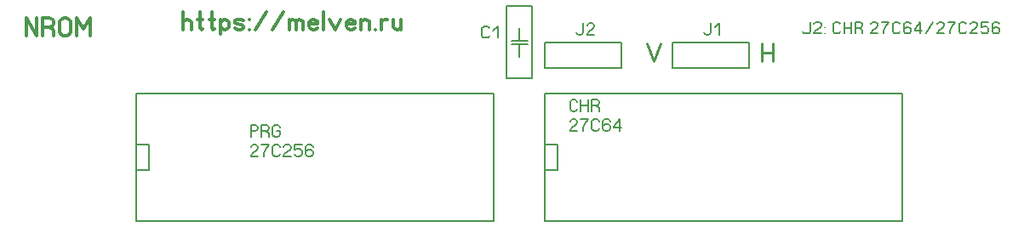
<source format=gbr>
%FSLAX34Y34*%
%MOMM*%
%LNSILK_TOP*%
G71*
G01*
%ADD10C,0.150*%
%ADD11C,0.206*%
%ADD12C,0.222*%
%ADD13C,0.318*%
%LPD*%
G54D10*
X120650Y317500D02*
X120650Y190500D01*
X476250Y190500D01*
X476250Y317500D01*
X120650Y317500D01*
G54D10*
X120650Y266700D02*
X120650Y241300D01*
X133350Y241300D01*
X133350Y266700D01*
X120650Y266700D01*
G54D11*
X234200Y274300D02*
X234200Y285856D01*
X238533Y285856D01*
X240267Y285133D01*
X241133Y283689D01*
X241133Y282244D01*
X240267Y280800D01*
X238533Y280078D01*
X234200Y280078D01*
G54D11*
X248644Y280078D02*
X251244Y278633D01*
X252110Y277189D01*
X252110Y274300D01*
G54D11*
X245177Y274300D02*
X245177Y285856D01*
X249510Y285856D01*
X251244Y285133D01*
X252110Y283689D01*
X252110Y282244D01*
X251244Y280800D01*
X249510Y280078D01*
X245177Y280078D01*
G54D11*
X259621Y280078D02*
X263087Y280078D01*
X263087Y276467D01*
X262221Y275022D01*
X260487Y274300D01*
X258754Y274300D01*
X257021Y275022D01*
X256154Y276467D01*
X256154Y283689D01*
X257021Y285133D01*
X258754Y285856D01*
X260487Y285856D01*
X262221Y285133D01*
X263087Y283689D01*
G54D11*
X241133Y254800D02*
X234200Y254800D01*
X234200Y255522D01*
X235067Y256967D01*
X240267Y261300D01*
X241133Y262744D01*
X241133Y264189D01*
X240267Y265633D01*
X238533Y266356D01*
X236800Y266356D01*
X235067Y265633D01*
X234200Y264189D01*
G54D11*
X245177Y266356D02*
X252110Y266356D01*
X251244Y264911D01*
X249510Y262744D01*
X247777Y259856D01*
X246910Y257689D01*
X246910Y254800D01*
G54D11*
X263087Y256967D02*
X262221Y255522D01*
X260487Y254800D01*
X258754Y254800D01*
X257021Y255522D01*
X256154Y256967D01*
X256154Y264189D01*
X257021Y265633D01*
X258754Y266356D01*
X260487Y266356D01*
X262221Y265633D01*
X263087Y264189D01*
G54D11*
X274064Y254800D02*
X267131Y254800D01*
X267131Y255522D01*
X267998Y256967D01*
X273198Y261300D01*
X274064Y262744D01*
X274064Y264189D01*
X273198Y265633D01*
X271464Y266356D01*
X269731Y266356D01*
X267998Y265633D01*
X267131Y264189D01*
G54D11*
X285041Y266356D02*
X278108Y266356D01*
X278108Y261300D01*
X278975Y261300D01*
X280708Y262022D01*
X282441Y262022D01*
X284175Y261300D01*
X285041Y259856D01*
X285041Y256967D01*
X284175Y255522D01*
X282441Y254800D01*
X280708Y254800D01*
X278975Y255522D01*
X278108Y256967D01*
G54D11*
X296018Y264189D02*
X295152Y265633D01*
X293418Y266356D01*
X291685Y266356D01*
X289952Y265633D01*
X289085Y264189D01*
X289085Y260578D01*
X289085Y259856D01*
X291685Y261300D01*
X293418Y261300D01*
X295152Y260578D01*
X296018Y259133D01*
X296018Y256967D01*
X295152Y255522D01*
X293418Y254800D01*
X291685Y254800D01*
X289952Y255522D01*
X289085Y256967D01*
X289085Y260578D01*
G54D10*
X527050Y317500D02*
X527050Y190500D01*
X882650Y190500D01*
X882650Y317500D01*
X527050Y317500D01*
G54D10*
X527050Y266700D02*
X527050Y241300D01*
X539750Y241300D01*
X539750Y266700D01*
X527050Y266700D01*
G54D11*
X558633Y301867D02*
X557767Y300422D01*
X556033Y299700D01*
X554300Y299700D01*
X552567Y300422D01*
X551700Y301867D01*
X551700Y309089D01*
X552567Y310533D01*
X554300Y311256D01*
X556033Y311256D01*
X557767Y310533D01*
X558633Y309089D01*
G54D11*
X562677Y299700D02*
X562677Y311256D01*
G54D11*
X569610Y299700D02*
X569610Y311256D01*
G54D11*
X562677Y305478D02*
X569610Y305478D01*
G54D11*
X577121Y305478D02*
X579721Y304033D01*
X580587Y302589D01*
X580587Y299700D01*
G54D11*
X573654Y299700D02*
X573654Y311256D01*
X577987Y311256D01*
X579721Y310533D01*
X580587Y309089D01*
X580587Y307644D01*
X579721Y306200D01*
X577987Y305478D01*
X573654Y305478D01*
G54D11*
X558633Y280200D02*
X551700Y280200D01*
X551700Y280922D01*
X552567Y282367D01*
X557767Y286700D01*
X558633Y288144D01*
X558633Y289589D01*
X557767Y291033D01*
X556033Y291756D01*
X554300Y291756D01*
X552567Y291033D01*
X551700Y289589D01*
G54D11*
X562677Y291756D02*
X569610Y291756D01*
X568744Y290311D01*
X567010Y288144D01*
X565277Y285256D01*
X564410Y283089D01*
X564410Y280200D01*
G54D11*
X580587Y282367D02*
X579721Y280922D01*
X577987Y280200D01*
X576254Y280200D01*
X574521Y280922D01*
X573654Y282367D01*
X573654Y289589D01*
X574521Y291033D01*
X576254Y291756D01*
X577987Y291756D01*
X579721Y291033D01*
X580587Y289589D01*
G54D11*
X591564Y289589D02*
X590698Y291033D01*
X588964Y291756D01*
X587231Y291756D01*
X585498Y291033D01*
X584631Y289589D01*
X584631Y285978D01*
X584631Y285256D01*
X587231Y286700D01*
X588964Y286700D01*
X590698Y285978D01*
X591564Y284533D01*
X591564Y282367D01*
X590698Y280922D01*
X588964Y280200D01*
X587231Y280200D01*
X585498Y280922D01*
X584631Y282367D01*
X584631Y285978D01*
G54D11*
X600808Y280200D02*
X600808Y291756D01*
X595608Y284533D01*
X595608Y283089D01*
X602541Y283089D01*
G54D10*
X654050Y342900D02*
X654050Y368300D01*
X730250Y368300D01*
X730250Y342900D01*
X654050Y342900D01*
G54D11*
X691983Y387556D02*
X691983Y378167D01*
X691117Y376722D01*
X689383Y376000D01*
X687650Y376000D01*
X685917Y376722D01*
X685050Y378167D01*
G54D11*
X696027Y383222D02*
X700360Y387556D01*
X700360Y376000D01*
G54D10*
X527050Y342900D02*
X527050Y368300D01*
X603250Y368300D01*
X603250Y342900D01*
X527050Y342900D01*
G54D11*
X564983Y387556D02*
X564983Y378167D01*
X564117Y376722D01*
X562383Y376000D01*
X560650Y376000D01*
X558917Y376722D01*
X558050Y378167D01*
G54D11*
X575960Y376000D02*
X569027Y376000D01*
X569027Y376722D01*
X569894Y378167D01*
X575094Y382500D01*
X575960Y383944D01*
X575960Y385389D01*
X575094Y386833D01*
X573360Y387556D01*
X571627Y387556D01*
X569894Y386833D01*
X569027Y385389D01*
G54D10*
X514350Y404100D02*
X488950Y404100D01*
X488950Y332500D01*
X514350Y332500D01*
X514350Y404100D01*
G54D10*
X509650Y369900D02*
X493650Y369900D01*
G54D10*
X509650Y366700D02*
X493650Y366700D01*
G54D10*
X501650Y382600D02*
X501650Y369900D01*
G54D10*
X501650Y366700D02*
X501650Y354000D01*
G54D11*
X471383Y374967D02*
X470517Y373522D01*
X468783Y372800D01*
X467050Y372800D01*
X465317Y373522D01*
X464450Y374967D01*
X464450Y382189D01*
X465317Y383633D01*
X467050Y384356D01*
X468783Y384356D01*
X470517Y383633D01*
X471383Y382189D01*
G54D11*
X475427Y380022D02*
X479760Y384356D01*
X479760Y372800D01*
G54D12*
X628650Y367028D02*
X635317Y349250D01*
X641983Y367028D01*
G54D12*
X742950Y349250D02*
X742950Y367028D01*
G54D12*
X753617Y349250D02*
X753617Y367028D01*
G54D12*
X742950Y358139D02*
X753617Y358139D01*
G54D11*
X790554Y388539D02*
X790554Y379150D01*
X789687Y377706D01*
X787954Y376984D01*
X786220Y376984D01*
X784487Y377706D01*
X783620Y379150D01*
G54D11*
X801531Y376984D02*
X794598Y376984D01*
X794598Y377706D01*
X795464Y379150D01*
X800664Y383484D01*
X801531Y384928D01*
X801531Y386372D01*
X800664Y387817D01*
X798931Y388539D01*
X797198Y388539D01*
X795464Y387817D01*
X794598Y386372D01*
G54D11*
X805574Y376984D02*
X805574Y376984D01*
G54D11*
X805574Y383484D02*
X805574Y383484D01*
G54D11*
X820769Y379150D02*
X819902Y377706D01*
X818169Y376984D01*
X816436Y376984D01*
X814702Y377706D01*
X813836Y379150D01*
X813836Y386372D01*
X814702Y387817D01*
X816436Y388539D01*
X818169Y388539D01*
X819902Y387817D01*
X820769Y386372D01*
G54D11*
X824812Y376984D02*
X824812Y388539D01*
G54D11*
X831746Y376984D02*
X831746Y388539D01*
G54D11*
X824812Y382761D02*
X831746Y382761D01*
G54D11*
X839256Y382761D02*
X841856Y381317D01*
X842723Y379872D01*
X842723Y376984D01*
G54D11*
X835790Y376984D02*
X835790Y388539D01*
X840123Y388539D01*
X841856Y387817D01*
X842723Y386372D01*
X842723Y384928D01*
X841856Y383484D01*
X840123Y382761D01*
X835790Y382761D01*
G54D11*
X857917Y376984D02*
X850984Y376984D01*
X850984Y377706D01*
X851850Y379150D01*
X857050Y383484D01*
X857917Y384928D01*
X857917Y386372D01*
X857050Y387817D01*
X855317Y388539D01*
X853584Y388539D01*
X851850Y387817D01*
X850984Y386372D01*
G54D11*
X861960Y388539D02*
X868894Y388539D01*
X868027Y387095D01*
X866294Y384928D01*
X864560Y382039D01*
X863694Y379872D01*
X863694Y376984D01*
G54D11*
X879871Y379150D02*
X879004Y377706D01*
X877271Y376984D01*
X875538Y376984D01*
X873804Y377706D01*
X872938Y379150D01*
X872938Y386372D01*
X873804Y387817D01*
X875538Y388539D01*
X877271Y388539D01*
X879004Y387817D01*
X879871Y386372D01*
G54D11*
X890848Y386372D02*
X889981Y387817D01*
X888248Y388539D01*
X886514Y388539D01*
X884781Y387817D01*
X883914Y386372D01*
X883914Y382761D01*
X883914Y382039D01*
X886514Y383484D01*
X888248Y383484D01*
X889981Y382761D01*
X890848Y381317D01*
X890848Y379150D01*
X889981Y377706D01*
X888248Y376984D01*
X886514Y376984D01*
X884781Y377706D01*
X883914Y379150D01*
X883914Y382761D01*
G54D11*
X900092Y376984D02*
X900092Y388539D01*
X894892Y381317D01*
X894892Y379872D01*
X901825Y379872D01*
G54D11*
X905868Y376984D02*
X912802Y388539D01*
G54D11*
X923779Y376984D02*
X916846Y376984D01*
X916846Y377706D01*
X917712Y379150D01*
X922912Y383484D01*
X923779Y384928D01*
X923779Y386372D01*
X922912Y387817D01*
X921179Y388539D01*
X919446Y388539D01*
X917712Y387817D01*
X916846Y386372D01*
G54D11*
X927822Y388539D02*
X934756Y388539D01*
X933889Y387095D01*
X932156Y384928D01*
X930422Y382039D01*
X929556Y379872D01*
X929556Y376984D01*
G54D11*
X945733Y379150D02*
X944866Y377706D01*
X943133Y376984D01*
X941400Y376984D01*
X939666Y377706D01*
X938800Y379150D01*
X938800Y386372D01*
X939666Y387817D01*
X941400Y388539D01*
X943133Y388539D01*
X944866Y387817D01*
X945733Y386372D01*
G54D11*
X956710Y376984D02*
X949776Y376984D01*
X949776Y377706D01*
X950643Y379150D01*
X955843Y383484D01*
X956710Y384928D01*
X956710Y386372D01*
X955843Y387817D01*
X954110Y388539D01*
X952376Y388539D01*
X950643Y387817D01*
X949776Y386372D01*
G54D11*
X967687Y388539D02*
X960754Y388539D01*
X960754Y383484D01*
X961620Y383484D01*
X963354Y384206D01*
X965087Y384206D01*
X966820Y383484D01*
X967687Y382039D01*
X967687Y379150D01*
X966820Y377706D01*
X965087Y376984D01*
X963354Y376984D01*
X961620Y377706D01*
X960754Y379150D01*
G54D11*
X978664Y386372D02*
X977797Y387817D01*
X976064Y388539D01*
X974330Y388539D01*
X972597Y387817D01*
X971730Y386372D01*
X971730Y382761D01*
X971730Y382039D01*
X974330Y383484D01*
X976064Y383484D01*
X977797Y382761D01*
X978664Y381317D01*
X978664Y379150D01*
X977797Y377706D01*
X976064Y376984D01*
X974330Y376984D01*
X972597Y377706D01*
X971730Y379150D01*
X971730Y382761D01*
G54D13*
X10700Y374650D02*
X10700Y392428D01*
X21367Y374650D01*
X21367Y392428D01*
G54D13*
X32923Y383539D02*
X36923Y381317D01*
X38256Y379094D01*
X38256Y374650D01*
G54D13*
X27590Y374650D02*
X27590Y392428D01*
X34256Y392428D01*
X36923Y391317D01*
X38256Y389094D01*
X38256Y386872D01*
X36923Y384650D01*
X34256Y383539D01*
X27590Y383539D01*
G54D13*
X55145Y389094D02*
X55145Y377983D01*
X53812Y375761D01*
X51145Y374650D01*
X48478Y374650D01*
X45812Y375761D01*
X44478Y377983D01*
X44478Y389094D01*
X45812Y391317D01*
X48478Y392428D01*
X51145Y392428D01*
X53812Y391317D01*
X55145Y389094D01*
G54D13*
X61368Y374650D02*
X61368Y392428D01*
X68034Y381317D01*
X74701Y392428D01*
X74701Y374650D01*
G54D13*
X167136Y381074D02*
X167136Y398852D01*
G54D13*
X167136Y388186D02*
X168469Y390408D01*
X171136Y391074D01*
X173803Y390408D01*
X175136Y388186D01*
X175136Y381074D01*
G54D13*
X184025Y398852D02*
X184025Y382186D01*
X185358Y381074D01*
X186691Y381519D01*
G54D13*
X181358Y391074D02*
X186691Y391074D01*
G54D13*
X195580Y398852D02*
X195580Y382186D01*
X196913Y381074D01*
X198246Y381519D01*
G54D13*
X192913Y391074D02*
X198246Y391074D01*
G54D13*
X204468Y391074D02*
X204468Y376630D01*
G54D13*
X204468Y384408D02*
X205801Y381519D01*
X208468Y381074D01*
X211135Y381519D01*
X212468Y383741D01*
X212468Y388186D01*
X211135Y390408D01*
X208468Y391074D01*
X205801Y390408D01*
X204468Y387741D01*
G54D13*
X218690Y382186D02*
X221357Y381074D01*
X224023Y381074D01*
X226690Y382186D01*
X226690Y384408D01*
X225357Y385519D01*
X220023Y386630D01*
X218690Y387741D01*
X218690Y389963D01*
X221357Y391074D01*
X224023Y391074D01*
X226690Y389963D01*
G54D13*
X232912Y381074D02*
X232912Y381074D01*
G54D13*
X232912Y391074D02*
X232912Y391074D01*
G54D13*
X239134Y381074D02*
X249801Y398852D01*
G54D13*
X256023Y381074D02*
X266690Y398852D01*
G54D13*
X272912Y381074D02*
X272912Y391074D01*
G54D13*
X272912Y389297D02*
X275579Y391074D01*
X278245Y390408D01*
X279579Y388852D01*
X279579Y381074D01*
G54D13*
X279579Y389297D02*
X282245Y391074D01*
X284912Y390408D01*
X286245Y388852D01*
X286245Y381074D01*
G54D13*
X300467Y382186D02*
X298334Y381074D01*
X295667Y381074D01*
X293000Y382186D01*
X292467Y384408D01*
X292467Y388186D01*
X293800Y390408D01*
X296467Y391074D01*
X299134Y390408D01*
X300467Y388852D01*
X300467Y386630D01*
X292467Y386630D01*
G54D13*
X306689Y381074D02*
X306689Y398852D01*
G54D13*
X312911Y391074D02*
X318244Y381074D01*
X323578Y391074D01*
G54D13*
X337800Y382186D02*
X335667Y381074D01*
X333000Y381074D01*
X330333Y382186D01*
X329800Y384408D01*
X329800Y388186D01*
X331133Y390408D01*
X333800Y391074D01*
X336467Y390408D01*
X337800Y388852D01*
X337800Y386630D01*
X329800Y386630D01*
G54D13*
X344022Y381074D02*
X344022Y391074D01*
G54D13*
X344022Y388852D02*
X345355Y390408D01*
X348022Y391074D01*
X350689Y390408D01*
X352022Y388852D01*
X352022Y381074D01*
G54D13*
X358244Y381074D02*
X358244Y381074D01*
G54D13*
X364466Y381074D02*
X364466Y391074D01*
G54D13*
X364466Y388852D02*
X367133Y391074D01*
X369799Y391074D01*
G54D13*
X384021Y391074D02*
X384021Y381074D01*
G54D13*
X384021Y383297D02*
X382688Y381519D01*
X380021Y381074D01*
X377354Y381519D01*
X376021Y383297D01*
X376021Y391074D01*
M02*

</source>
